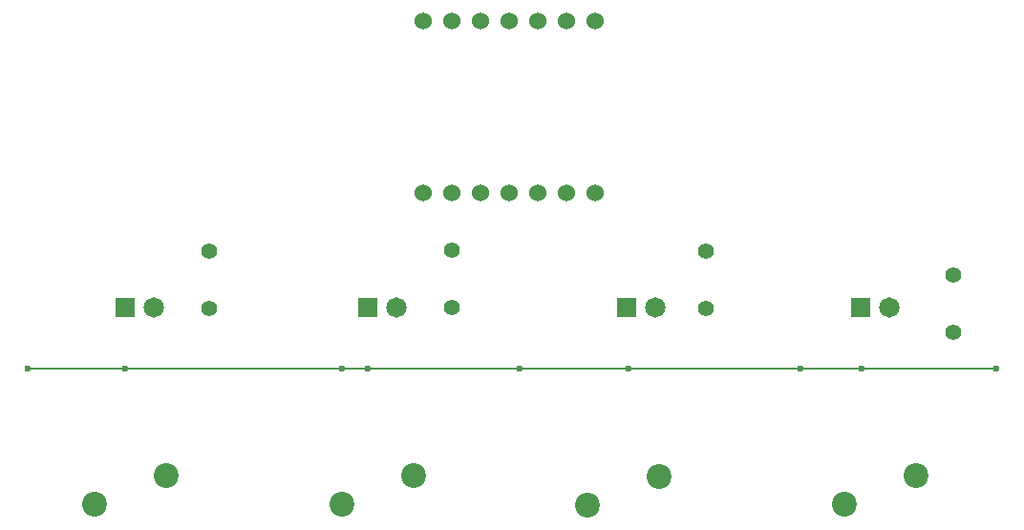
<source format=gbr>
%TF.GenerationSoftware,KiCad,Pcbnew,9.0.2*%
%TF.CreationDate,2025-07-01T17:28:41-07:00*%
%TF.ProjectId,pathfinder,70617468-6669-46e6-9465-722e6b696361,rev?*%
%TF.SameCoordinates,Original*%
%TF.FileFunction,Copper,L1,Top*%
%TF.FilePolarity,Positive*%
%FSLAX46Y46*%
G04 Gerber Fmt 4.6, Leading zero omitted, Abs format (unit mm)*
G04 Created by KiCad (PCBNEW 9.0.2) date 2025-07-01 17:28:42*
%MOMM*%
%LPD*%
G01*
G04 APERTURE LIST*
%TA.AperFunction,ComponentPad*%
%ADD10C,2.200000*%
%TD*%
%TA.AperFunction,ComponentPad*%
%ADD11C,1.815000*%
%TD*%
%TA.AperFunction,ComponentPad*%
%ADD12R,1.815000X1.815000*%
%TD*%
%TA.AperFunction,ComponentPad*%
%ADD13C,1.400000*%
%TD*%
%TA.AperFunction,ComponentPad*%
%ADD14C,1.524000*%
%TD*%
%TA.AperFunction,ViaPad*%
%ADD15C,0.600000*%
%TD*%
%TA.AperFunction,Conductor*%
%ADD16C,0.200000*%
%TD*%
G04 APERTURE END LIST*
D10*
%TO.P,SW2,1,1*%
%TO.N,button2*%
X119120000Y-127920000D03*
%TO.P,SW2,2,2*%
%TO.N,GND*%
X112770000Y-130460000D03*
%TD*%
D11*
%TO.P,D1,A*%
%TO.N,Net-(D1-PadA)*%
X96040000Y-113000000D03*
D12*
%TO.P,D1,C*%
%TO.N,GND*%
X93500000Y-113000000D03*
%TD*%
D11*
%TO.P,D4,A*%
%TO.N,Net-(D4-PadA)*%
X161270000Y-113000000D03*
D12*
%TO.P,D4,C*%
%TO.N,GND*%
X158730000Y-113000000D03*
%TD*%
D11*
%TO.P,D3,A*%
%TO.N,Net-(D3-PadA)*%
X140540000Y-113000000D03*
D12*
%TO.P,D3,C*%
%TO.N,GND*%
X138000000Y-113000000D03*
%TD*%
D10*
%TO.P,SW3,1,1*%
%TO.N,button3*%
X140850000Y-127960000D03*
%TO.P,SW3,2,2*%
%TO.N,GND*%
X134500000Y-130500000D03*
%TD*%
D11*
%TO.P,D2,A*%
%TO.N,Net-(D2-PadA)*%
X117540000Y-113000000D03*
D12*
%TO.P,D2,C*%
%TO.N,GND*%
X115000000Y-113000000D03*
%TD*%
D10*
%TO.P,SW4,1,1*%
%TO.N,button4*%
X163620000Y-127920000D03*
%TO.P,SW4,2,2*%
%TO.N,GND*%
X157270000Y-130460000D03*
%TD*%
%TO.P,SW1,1,1*%
%TO.N,button1*%
X97120000Y-127920000D03*
%TO.P,SW1,2,2*%
%TO.N,GND*%
X90770000Y-130460000D03*
%TD*%
D13*
%TO.P,R4,1*%
%TO.N,Net-(D4-PadA)*%
X166930000Y-115160000D03*
%TO.P,R4,2*%
%TO.N,led4*%
X166930000Y-110080000D03*
%TD*%
D14*
%TO.P,U1,1,GPIO26/ADC0/A0*%
%TO.N,led4*%
X135200000Y-102800000D03*
%TO.P,U1,2,GPIO27/ADC1/A1*%
%TO.N,button4*%
X132660000Y-102800000D03*
%TO.P,U1,3,GPIO28/ADC2/A2*%
%TO.N,led3*%
X130120000Y-102800000D03*
%TO.P,U1,4,GPIO29/ADC3/A3*%
%TO.N,button3*%
X127580000Y-102800000D03*
%TO.P,U1,5,GPIO6/SDA*%
%TO.N,button2*%
X125040000Y-102800000D03*
%TO.P,U1,6,GPIO7/SCL*%
%TO.N,led2*%
X122500000Y-102800000D03*
%TO.P,U1,7,GPIO0/TX*%
%TO.N,button1*%
X119960000Y-102800000D03*
%TO.P,U1,8,GPIO1/RX*%
%TO.N,led1*%
X119960000Y-87560000D03*
%TO.P,U1,9,GPIO2/SCK*%
%TO.N,unconnected-(U1-GPIO2{slash}SCK-Pad9)*%
X122500000Y-87560000D03*
%TO.P,U1,10,GPIO4/MISO*%
%TO.N,unconnected-(U1-GPIO4{slash}MISO-Pad10)*%
X125040000Y-87560000D03*
%TO.P,U1,11,GPIO3/MOSI*%
%TO.N,unconnected-(U1-GPIO3{slash}MOSI-Pad11)*%
X127580000Y-87560000D03*
%TO.P,U1,12,3V3*%
%TO.N,unconnected-(U1-3V3-Pad12)*%
X130120000Y-87560000D03*
%TO.P,U1,13,GND*%
%TO.N,GND*%
X132660000Y-87560000D03*
%TO.P,U1,14,VBUS*%
%TO.N,unconnected-(U1-VBUS-Pad14)*%
X135200000Y-87560000D03*
%TD*%
D13*
%TO.P,R1,1*%
%TO.N,Net-(D1-PadA)*%
X101000000Y-113080000D03*
%TO.P,R1,2*%
%TO.N,led1*%
X101000000Y-108000000D03*
%TD*%
%TO.P,R3,1*%
%TO.N,Net-(D3-PadA)*%
X145000000Y-113040000D03*
%TO.P,R3,2*%
%TO.N,led3*%
X145000000Y-107960000D03*
%TD*%
%TO.P,R2,1*%
%TO.N,Net-(D2-PadA)*%
X122500000Y-113000000D03*
%TO.P,R2,2*%
%TO.N,led2*%
X122500000Y-107920000D03*
%TD*%
D15*
%TO.N,GND*%
X158800000Y-118390000D03*
X93510000Y-118390000D03*
X128520000Y-118390000D03*
X153400000Y-118390000D03*
X84890000Y-118390000D03*
X112780000Y-118390000D03*
X138100000Y-118390000D03*
X170710000Y-118390000D03*
X115000000Y-118390000D03*
%TD*%
D16*
%TO.N,Net-(D1-PadA)*%
X100920000Y-113000000D02*
X101000000Y-113080000D01*
%TO.N,GND*%
X112780000Y-118390000D02*
X115000000Y-118390000D01*
X90770000Y-130460000D02*
X91000000Y-130230000D01*
X138100000Y-118390000D02*
X153400000Y-118390000D01*
X128520000Y-118390000D02*
X138100000Y-118390000D01*
X93510000Y-118390000D02*
X112780000Y-118390000D01*
X153400000Y-118390000D02*
X158800000Y-118390000D01*
X90810000Y-118390000D02*
X93510000Y-118390000D01*
X90810000Y-118390000D02*
X84890000Y-118390000D01*
X158800000Y-118390000D02*
X170710000Y-118390000D01*
X115000000Y-118390000D02*
X128520000Y-118390000D01*
%TO.N,Net-(D3-PadA)*%
X144960000Y-113000000D02*
X145000000Y-113040000D01*
%TO.N,Net-(D4-PadA)*%
X166850000Y-115080000D02*
X166930000Y-115160000D01*
%TO.N,led2*%
X122500000Y-107920000D02*
X122763500Y-107920000D01*
%TO.N,led4*%
X134848500Y-103233626D02*
X134848500Y-102620000D01*
X166930000Y-110080000D02*
X166430000Y-110080000D01*
%TD*%
M02*

</source>
